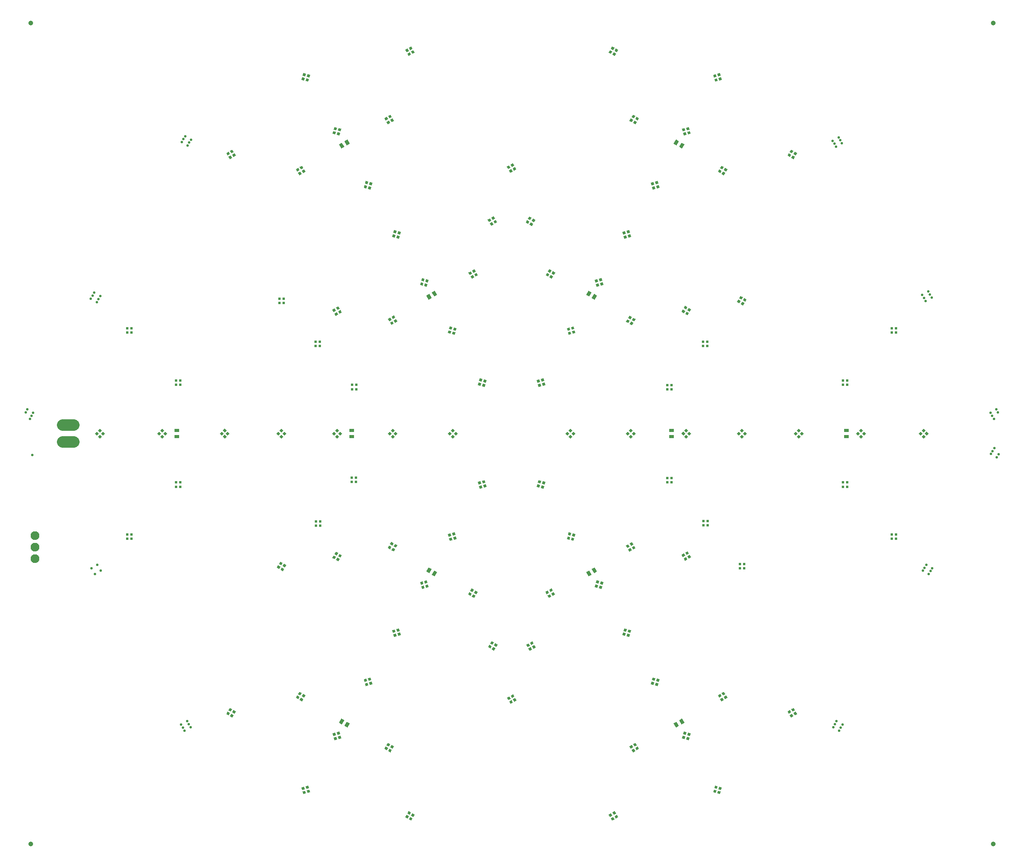
<source format=gbr>
G04 EAGLE Gerber RS-274X export*
G75*
%MOMM*%
%FSLAX34Y34*%
%LPD*%
%INSoldermask Top*%
%IPPOS*%
%AMOC8*
5,1,8,0,0,1.08239X$1,22.5*%
G01*
%ADD10C,0.550800*%
%ADD11C,2.550800*%
%ADD12C,1.930400*%
%ADD13C,1.050800*%
%ADD14R,0.600800X0.600800*%
%ADD15R,0.600800X0.600800*%
%ADD16R,1.050800X0.750800*%
%ADD17R,0.750800X1.050800*%


D10*
X1787835Y337590D03*
X1791585Y344085D03*
X1795335Y350580D03*
X1800825Y330090D03*
X1804575Y336585D03*
X1808325Y343080D03*
X1985335Y682590D03*
X1989085Y689085D03*
X1992835Y695580D03*
X1998325Y675090D03*
X2002075Y681585D03*
X2005825Y688080D03*
X352835Y1627590D03*
X356585Y1634085D03*
X360335Y1640580D03*
X365825Y1620090D03*
X369575Y1626585D03*
X373325Y1633080D03*
X152835Y1282590D03*
X156585Y1289085D03*
X160335Y1295580D03*
X165825Y1275090D03*
X169575Y1281585D03*
X173325Y1288080D03*
X174665Y682590D03*
X167165Y695580D03*
X161675Y675090D03*
X154175Y688080D03*
X372165Y337590D03*
X368415Y344085D03*
X364665Y350580D03*
X359175Y330090D03*
X355425Y336585D03*
X351675Y343080D03*
X2004665Y1285090D03*
X2000915Y1291585D03*
X1997165Y1298080D03*
X1991675Y1277590D03*
X1987925Y1284085D03*
X1984175Y1290580D03*
X1807165Y1625090D03*
X1803415Y1631585D03*
X1799665Y1638080D03*
X1794175Y1617590D03*
X1790425Y1624085D03*
X1786675Y1630580D03*
X2150915Y1031585D03*
X2147165Y1038080D03*
X2141675Y1017590D03*
X2137925Y1024085D03*
X2134175Y1030580D03*
X2135335Y940090D03*
X2139085Y946585D03*
X2142835Y953080D03*
X2148325Y932590D03*
X2152075Y939085D03*
X9085Y1031585D03*
X12835Y1038080D03*
X18325Y1017590D03*
X22075Y1024085D03*
X25825Y1030580D03*
X23325Y937590D03*
D11*
X90313Y966250D02*
X115313Y966250D01*
X115313Y1003750D02*
X90313Y1003750D01*
D12*
X30000Y760000D03*
X30000Y734600D03*
X30000Y709200D03*
D13*
X2140000Y1890000D03*
X2140000Y80000D03*
X20000Y1890000D03*
X20000Y80000D03*
D14*
G36*
X956717Y980752D02*
X952469Y985000D01*
X956717Y989248D01*
X960965Y985000D01*
X956717Y980752D01*
G37*
G36*
X950000Y974035D02*
X945752Y978283D01*
X950000Y982531D01*
X954248Y978283D01*
X950000Y974035D01*
G37*
G36*
X943282Y980752D02*
X939034Y985000D01*
X943282Y989248D01*
X947530Y985000D01*
X943282Y980752D01*
G37*
G36*
X950000Y987470D02*
X945752Y991718D01*
X950000Y995966D01*
X954248Y991718D01*
X950000Y987470D01*
G37*
G36*
X824217Y980752D02*
X819969Y985000D01*
X824217Y989248D01*
X828465Y985000D01*
X824217Y980752D01*
G37*
G36*
X817500Y974034D02*
X813252Y978282D01*
X817500Y982530D01*
X821748Y978282D01*
X817500Y974034D01*
G37*
G36*
X810782Y980752D02*
X806534Y985000D01*
X810782Y989248D01*
X815030Y985000D01*
X810782Y980752D01*
G37*
G36*
X817500Y987470D02*
X813252Y991718D01*
X817500Y995966D01*
X821748Y991718D01*
X817500Y987470D01*
G37*
D15*
X737250Y1082750D03*
X727750Y1082750D03*
X727750Y1092250D03*
X737250Y1092250D03*
X657250Y1177750D03*
X647750Y1177750D03*
X647750Y1187250D03*
X657250Y1187250D03*
X567750Y1272750D03*
X567750Y1282250D03*
X577250Y1282250D03*
X577250Y1272750D03*
D14*
G36*
X689610Y1260842D02*
X692614Y1255640D01*
X687412Y1252636D01*
X684408Y1257838D01*
X689610Y1260842D01*
G37*
G36*
X697838Y1265592D02*
X700842Y1260390D01*
X695640Y1257386D01*
X692636Y1262588D01*
X697838Y1265592D01*
G37*
G36*
X702588Y1257364D02*
X705592Y1252162D01*
X700390Y1249158D01*
X697386Y1254360D01*
X702588Y1257364D01*
G37*
G36*
X694360Y1252614D02*
X697364Y1247412D01*
X692162Y1244408D01*
X689158Y1249610D01*
X694360Y1252614D01*
G37*
D16*
X342500Y992000D03*
X342500Y978000D03*
D14*
G36*
X812110Y1240842D02*
X815114Y1235640D01*
X809912Y1232636D01*
X806908Y1237838D01*
X812110Y1240842D01*
G37*
G36*
X820338Y1245592D02*
X823342Y1240390D01*
X818140Y1237386D01*
X815136Y1242588D01*
X820338Y1245592D01*
G37*
G36*
X825088Y1237364D02*
X828092Y1232162D01*
X822890Y1229158D01*
X819886Y1234360D01*
X825088Y1237364D01*
G37*
G36*
X816860Y1232614D02*
X819864Y1227412D01*
X814662Y1224408D01*
X811658Y1229610D01*
X816860Y1232614D01*
G37*
G36*
X701718Y980752D02*
X697470Y985000D01*
X701718Y989248D01*
X705966Y985000D01*
X701718Y980752D01*
G37*
G36*
X695000Y974034D02*
X690752Y978282D01*
X695000Y982530D01*
X699248Y978282D01*
X695000Y974034D01*
G37*
G36*
X688283Y980752D02*
X684035Y985000D01*
X688283Y989248D01*
X692531Y985000D01*
X688283Y980752D01*
G37*
G36*
X695000Y987470D02*
X690752Y991718D01*
X695000Y995966D01*
X699248Y991718D01*
X695000Y987470D01*
G37*
G36*
X579217Y980752D02*
X574969Y985000D01*
X579217Y989248D01*
X583465Y985000D01*
X579217Y980752D01*
G37*
G36*
X572500Y974034D02*
X568252Y978282D01*
X572500Y982530D01*
X576748Y978282D01*
X572500Y974034D01*
G37*
G36*
X565782Y980752D02*
X561534Y985000D01*
X565782Y989248D01*
X570030Y985000D01*
X565782Y980752D01*
G37*
G36*
X572500Y987470D02*
X568252Y991718D01*
X572500Y995966D01*
X576748Y991718D01*
X572500Y987470D01*
G37*
G36*
X454218Y980752D02*
X449970Y985000D01*
X454218Y989248D01*
X458466Y985000D01*
X454218Y980752D01*
G37*
G36*
X447500Y974034D02*
X443252Y978282D01*
X447500Y982530D01*
X451748Y978282D01*
X447500Y974034D01*
G37*
G36*
X440782Y980752D02*
X436534Y985000D01*
X440782Y989248D01*
X445030Y985000D01*
X440782Y980752D01*
G37*
G36*
X447500Y987470D02*
X443252Y991718D01*
X447500Y995966D01*
X451748Y991718D01*
X447500Y987470D01*
G37*
D15*
X349750Y1092750D03*
X340250Y1092750D03*
X340250Y1102250D03*
X349750Y1102250D03*
X242250Y1207750D03*
X232750Y1207750D03*
X232750Y1217250D03*
X242250Y1217250D03*
X349750Y877250D03*
X349750Y867750D03*
X340250Y867750D03*
X340250Y877250D03*
X242250Y762250D03*
X242250Y752750D03*
X232750Y752750D03*
X232750Y762250D03*
D14*
G36*
X316718Y980752D02*
X312470Y985000D01*
X316718Y989248D01*
X320966Y985000D01*
X316718Y980752D01*
G37*
G36*
X310000Y974034D02*
X305752Y978282D01*
X310000Y982530D01*
X314248Y978282D01*
X310000Y974034D01*
G37*
G36*
X303283Y980752D02*
X299035Y985000D01*
X303283Y989248D01*
X307531Y985000D01*
X303283Y980752D01*
G37*
G36*
X310000Y987470D02*
X305752Y991718D01*
X310000Y995966D01*
X314248Y991718D01*
X310000Y987470D01*
G37*
G36*
X179217Y980752D02*
X174969Y985000D01*
X179217Y989248D01*
X183465Y985000D01*
X179217Y980752D01*
G37*
G36*
X172500Y974034D02*
X168252Y978282D01*
X172500Y982530D01*
X176748Y978282D01*
X172500Y974034D01*
G37*
G36*
X165782Y980752D02*
X161534Y985000D01*
X165782Y989248D01*
X170030Y985000D01*
X165782Y980752D01*
G37*
G36*
X172500Y987469D02*
X168252Y991717D01*
X172500Y995965D01*
X176748Y991717D01*
X172500Y987469D01*
G37*
D16*
X727500Y992000D03*
X727500Y978000D03*
D14*
G36*
X1021861Y876417D02*
X1016058Y874862D01*
X1014503Y880665D01*
X1020306Y882220D01*
X1021861Y876417D01*
G37*
G36*
X1024320Y867241D02*
X1018517Y865686D01*
X1016962Y871489D01*
X1022765Y873044D01*
X1024320Y867241D01*
G37*
G36*
X1015143Y864782D02*
X1009340Y863227D01*
X1007785Y869030D01*
X1013588Y870585D01*
X1015143Y864782D01*
G37*
G36*
X1012684Y873958D02*
X1006881Y872403D01*
X1005326Y878206D01*
X1011129Y879761D01*
X1012684Y873958D01*
G37*
G36*
X955611Y761668D02*
X949808Y760113D01*
X948253Y765916D01*
X954056Y767471D01*
X955611Y761668D01*
G37*
G36*
X958070Y752492D02*
X952267Y750937D01*
X950712Y756740D01*
X956515Y758295D01*
X958070Y752492D01*
G37*
G36*
X948893Y750033D02*
X943090Y748478D01*
X941535Y754281D01*
X947338Y755836D01*
X948893Y750033D01*
G37*
G36*
X946434Y759210D02*
X940631Y757655D01*
X939076Y763458D01*
X944879Y765013D01*
X946434Y759210D01*
G37*
G36*
X824893Y733248D02*
X819691Y736252D01*
X822695Y741454D01*
X827897Y738450D01*
X824893Y733248D01*
G37*
G36*
X820143Y725021D02*
X814941Y728025D01*
X817945Y733227D01*
X823147Y730223D01*
X820143Y725021D01*
G37*
G36*
X811916Y729771D02*
X806714Y732775D01*
X809718Y737977D01*
X814920Y734973D01*
X811916Y729771D01*
G37*
G36*
X816666Y737998D02*
X811464Y741002D01*
X814468Y746204D01*
X819670Y743200D01*
X816666Y737998D01*
G37*
G36*
X702621Y711466D02*
X697419Y714470D01*
X700423Y719672D01*
X705625Y716668D01*
X702621Y711466D01*
G37*
G36*
X697871Y703239D02*
X692669Y706243D01*
X695673Y711445D01*
X700875Y708441D01*
X697871Y703239D01*
G37*
G36*
X689643Y707989D02*
X684441Y710993D01*
X687445Y716195D01*
X692647Y713191D01*
X689643Y707989D01*
G37*
G36*
X694393Y716216D02*
X689191Y719220D01*
X692195Y724422D01*
X697397Y721418D01*
X694393Y716216D01*
G37*
G36*
X570396Y684461D02*
X573400Y689663D01*
X578602Y686659D01*
X575598Y681457D01*
X570396Y684461D01*
G37*
G36*
X562169Y689211D02*
X565173Y694413D01*
X570375Y691409D01*
X567371Y686207D01*
X562169Y689211D01*
G37*
G36*
X566919Y697438D02*
X569923Y702640D01*
X575125Y699636D01*
X572121Y694434D01*
X566919Y697438D01*
G37*
G36*
X575146Y692688D02*
X578150Y697890D01*
X583352Y694886D01*
X580348Y689684D01*
X575146Y692688D01*
G37*
D15*
X648746Y782137D03*
X648746Y791637D03*
X658246Y791637D03*
X658246Y782137D03*
D17*
G36*
X704387Y356540D02*
X710889Y352786D01*
X705635Y343686D01*
X699133Y347440D01*
X704387Y356540D01*
G37*
G36*
X716511Y349540D02*
X723013Y345786D01*
X717759Y336686D01*
X711257Y340440D01*
X716511Y349540D01*
G37*
D15*
X727317Y878225D03*
X727317Y887725D03*
X736817Y887725D03*
X736817Y878225D03*
D14*
G36*
X894361Y655580D02*
X888558Y654025D01*
X887003Y659828D01*
X892806Y661383D01*
X894361Y655580D01*
G37*
G36*
X896820Y646404D02*
X891017Y644849D01*
X889462Y650652D01*
X895265Y652207D01*
X896820Y646404D01*
G37*
G36*
X887643Y643945D02*
X881840Y642390D01*
X880285Y648193D01*
X886088Y649748D01*
X887643Y643945D01*
G37*
G36*
X885184Y653122D02*
X879381Y651567D01*
X877826Y657370D01*
X883629Y658925D01*
X885184Y653122D01*
G37*
G36*
X833111Y549492D02*
X827308Y547937D01*
X825753Y553740D01*
X831556Y555295D01*
X833111Y549492D01*
G37*
G36*
X835570Y540316D02*
X829767Y538761D01*
X828212Y544564D01*
X834015Y546119D01*
X835570Y540316D01*
G37*
G36*
X826393Y537857D02*
X820590Y536302D01*
X819035Y542105D01*
X824838Y543660D01*
X826393Y537857D01*
G37*
G36*
X823934Y547033D02*
X818131Y545478D01*
X816576Y551281D01*
X822379Y552836D01*
X823934Y547033D01*
G37*
G36*
X770611Y441239D02*
X764808Y439684D01*
X763253Y445487D01*
X769056Y447042D01*
X770611Y441239D01*
G37*
G36*
X773070Y432063D02*
X767267Y430508D01*
X765712Y436311D01*
X771515Y437866D01*
X773070Y432063D01*
G37*
G36*
X763893Y429604D02*
X758090Y428049D01*
X756535Y433852D01*
X762338Y435407D01*
X763893Y429604D01*
G37*
G36*
X761434Y438780D02*
X755631Y437225D01*
X754076Y443028D01*
X759879Y444583D01*
X761434Y438780D01*
G37*
G36*
X622483Y402664D02*
X617281Y405668D01*
X620285Y410870D01*
X625487Y407866D01*
X622483Y402664D01*
G37*
G36*
X617733Y394436D02*
X612531Y397440D01*
X615535Y402642D01*
X620737Y399638D01*
X617733Y394436D01*
G37*
G36*
X609506Y399186D02*
X604304Y402190D01*
X607308Y407392D01*
X612510Y404388D01*
X609506Y399186D01*
G37*
G36*
X614256Y407414D02*
X609054Y410418D01*
X612058Y415620D01*
X617260Y412616D01*
X614256Y407414D01*
G37*
G36*
X469140Y367066D02*
X463938Y370070D01*
X466942Y375272D01*
X472144Y372268D01*
X469140Y367066D01*
G37*
G36*
X464390Y358839D02*
X459188Y361843D01*
X462192Y367045D01*
X467394Y364041D01*
X464390Y358839D01*
G37*
G36*
X456163Y363589D02*
X450961Y366593D01*
X453965Y371795D01*
X459167Y368791D01*
X456163Y363589D01*
G37*
G36*
X460913Y371816D02*
X455711Y374820D01*
X458715Y380022D01*
X463917Y377018D01*
X460913Y371816D01*
G37*
G36*
X812115Y300116D02*
X809111Y294914D01*
X803909Y297918D01*
X806913Y303120D01*
X812115Y300116D01*
G37*
G36*
X820342Y295366D02*
X817338Y290164D01*
X812136Y293168D01*
X815140Y298370D01*
X820342Y295366D01*
G37*
G36*
X815592Y287138D02*
X812588Y281936D01*
X807386Y284940D01*
X810390Y290142D01*
X815592Y287138D01*
G37*
G36*
X807365Y291888D02*
X804361Y286686D01*
X799159Y289690D01*
X802163Y294892D01*
X807365Y291888D01*
G37*
G36*
X857958Y149518D02*
X854954Y144316D01*
X849752Y147320D01*
X852756Y152522D01*
X857958Y149518D01*
G37*
G36*
X866185Y144768D02*
X863181Y139566D01*
X857979Y142570D01*
X860983Y147772D01*
X866185Y144768D01*
G37*
G36*
X861435Y136541D02*
X858431Y131339D01*
X853229Y134343D01*
X856233Y139545D01*
X861435Y136541D01*
G37*
G36*
X853208Y141291D02*
X850204Y136089D01*
X845002Y139093D01*
X848006Y144295D01*
X853208Y141291D01*
G37*
G36*
X701861Y322161D02*
X696058Y320606D01*
X694503Y326409D01*
X700306Y327964D01*
X701861Y322161D01*
G37*
G36*
X704320Y312984D02*
X698517Y311429D01*
X696962Y317232D01*
X702765Y318787D01*
X704320Y312984D01*
G37*
G36*
X695143Y310526D02*
X689340Y308971D01*
X687785Y314774D01*
X693588Y316329D01*
X695143Y310526D01*
G37*
G36*
X692684Y319702D02*
X686881Y318147D01*
X685326Y323950D01*
X691129Y325505D01*
X692684Y319702D01*
G37*
G36*
X633111Y203082D02*
X627308Y201527D01*
X625753Y207330D01*
X631556Y208885D01*
X633111Y203082D01*
G37*
G36*
X635570Y193906D02*
X629767Y192351D01*
X628212Y198154D01*
X634015Y199709D01*
X635570Y193906D01*
G37*
G36*
X626393Y191447D02*
X620590Y189892D01*
X619035Y195695D01*
X624838Y197250D01*
X626393Y191447D01*
G37*
G36*
X623934Y200623D02*
X618131Y199068D01*
X616576Y204871D01*
X622379Y206426D01*
X623934Y200623D01*
G37*
D17*
G36*
X896887Y689960D02*
X903389Y686206D01*
X898135Y677106D01*
X891633Y680860D01*
X896887Y689960D01*
G37*
G36*
X909011Y682960D02*
X915513Y679206D01*
X910259Y670106D01*
X903757Y673860D01*
X909011Y682960D01*
G37*
D14*
G36*
X1144789Y880665D02*
X1143234Y874862D01*
X1137431Y876417D01*
X1138986Y882220D01*
X1144789Y880665D01*
G37*
G36*
X1153966Y878206D02*
X1152411Y872403D01*
X1146608Y873958D01*
X1148163Y879761D01*
X1153966Y878206D01*
G37*
G36*
X1151507Y869030D02*
X1149952Y863227D01*
X1144149Y864782D01*
X1145704Y870585D01*
X1151507Y869030D01*
G37*
G36*
X1142330Y871489D02*
X1140775Y865686D01*
X1134972Y867241D01*
X1136527Y873044D01*
X1142330Y871489D01*
G37*
G36*
X1211039Y765916D02*
X1209484Y760113D01*
X1203681Y761668D01*
X1205236Y767471D01*
X1211039Y765916D01*
G37*
G36*
X1220216Y763458D02*
X1218661Y757655D01*
X1212858Y759210D01*
X1214413Y765013D01*
X1220216Y763458D01*
G37*
G36*
X1217757Y754281D02*
X1216202Y748478D01*
X1210399Y750033D01*
X1211954Y755836D01*
X1217757Y754281D01*
G37*
G36*
X1208580Y756740D02*
X1207025Y750937D01*
X1201222Y752492D01*
X1202777Y758295D01*
X1208580Y756740D01*
G37*
G36*
X1170293Y638502D02*
X1165091Y635498D01*
X1162087Y640700D01*
X1167289Y643704D01*
X1170293Y638502D01*
G37*
G36*
X1175043Y630275D02*
X1169841Y627271D01*
X1166837Y632473D01*
X1172039Y635477D01*
X1175043Y630275D01*
G37*
G36*
X1166816Y625525D02*
X1161614Y622521D01*
X1158610Y627723D01*
X1163812Y630727D01*
X1166816Y625525D01*
G37*
G36*
X1162066Y633752D02*
X1156864Y630748D01*
X1153860Y635950D01*
X1159062Y638954D01*
X1162066Y633752D01*
G37*
G36*
X1128021Y521720D02*
X1122819Y518716D01*
X1119815Y523918D01*
X1125017Y526922D01*
X1128021Y521720D01*
G37*
G36*
X1132771Y513493D02*
X1127569Y510489D01*
X1124565Y515691D01*
X1129767Y518695D01*
X1132771Y513493D01*
G37*
G36*
X1124543Y508743D02*
X1119341Y505739D01*
X1116337Y510941D01*
X1121539Y513945D01*
X1124543Y508743D01*
G37*
G36*
X1119793Y516970D02*
X1114591Y513966D01*
X1111587Y519168D01*
X1116789Y522172D01*
X1119793Y516970D01*
G37*
G36*
X1085296Y393707D02*
X1082292Y398909D01*
X1087494Y401913D01*
X1090498Y396711D01*
X1085296Y393707D01*
G37*
G36*
X1077069Y388957D02*
X1074065Y394159D01*
X1079267Y397163D01*
X1082271Y391961D01*
X1077069Y388957D01*
G37*
G36*
X1072319Y397184D02*
X1069315Y402386D01*
X1074517Y405390D01*
X1077521Y400188D01*
X1072319Y397184D01*
G37*
G36*
X1080546Y401934D02*
X1077542Y407136D01*
X1082744Y410140D01*
X1085748Y404938D01*
X1080546Y401934D01*
G37*
G36*
X1035778Y509299D02*
X1038782Y514501D01*
X1043984Y511497D01*
X1040980Y506295D01*
X1035778Y509299D01*
G37*
G36*
X1027550Y514049D02*
X1030554Y519251D01*
X1035756Y516247D01*
X1032752Y511045D01*
X1027550Y514049D01*
G37*
G36*
X1032300Y522276D02*
X1035304Y527478D01*
X1040506Y524474D01*
X1037502Y519272D01*
X1032300Y522276D01*
G37*
G36*
X1040528Y517526D02*
X1043532Y522728D01*
X1048734Y519724D01*
X1045730Y514522D01*
X1040528Y517526D01*
G37*
D17*
G36*
X1436279Y345786D02*
X1442781Y349540D01*
X1448035Y340440D01*
X1441533Y336686D01*
X1436279Y345786D01*
G37*
G36*
X1448403Y352786D02*
X1454905Y356540D01*
X1460159Y347440D01*
X1453657Y343686D01*
X1448403Y352786D01*
G37*
D14*
G36*
X991848Y625387D02*
X994852Y630589D01*
X1000054Y627585D01*
X997050Y622383D01*
X991848Y625387D01*
G37*
G36*
X983621Y630137D02*
X986625Y635339D01*
X991827Y632335D01*
X988823Y627133D01*
X983621Y630137D01*
G37*
G36*
X988371Y638365D02*
X991375Y643567D01*
X996577Y640563D01*
X993573Y635361D01*
X988371Y638365D01*
G37*
G36*
X996598Y633615D02*
X999602Y638817D01*
X1004804Y635813D01*
X1001800Y630611D01*
X996598Y633615D01*
G37*
G36*
X1272289Y659828D02*
X1270734Y654025D01*
X1264931Y655580D01*
X1266486Y661383D01*
X1272289Y659828D01*
G37*
G36*
X1281466Y657370D02*
X1279911Y651567D01*
X1274108Y653122D01*
X1275663Y658925D01*
X1281466Y657370D01*
G37*
G36*
X1279007Y648193D02*
X1277452Y642390D01*
X1271649Y643945D01*
X1273204Y649748D01*
X1279007Y648193D01*
G37*
G36*
X1269830Y650652D02*
X1268275Y644849D01*
X1262472Y646404D01*
X1264027Y652207D01*
X1269830Y650652D01*
G37*
G36*
X1333539Y553740D02*
X1331984Y547937D01*
X1326181Y549492D01*
X1327736Y555295D01*
X1333539Y553740D01*
G37*
G36*
X1342716Y551281D02*
X1341161Y545478D01*
X1335358Y547033D01*
X1336913Y552836D01*
X1342716Y551281D01*
G37*
G36*
X1340257Y542105D02*
X1338702Y536302D01*
X1332899Y537857D01*
X1334454Y543660D01*
X1340257Y542105D01*
G37*
G36*
X1331080Y544564D02*
X1329525Y538761D01*
X1323722Y540316D01*
X1325277Y546119D01*
X1331080Y544564D01*
G37*
G36*
X1396039Y445487D02*
X1394484Y439684D01*
X1388681Y441239D01*
X1390236Y447042D01*
X1396039Y445487D01*
G37*
G36*
X1405216Y443028D02*
X1403661Y437225D01*
X1397858Y438780D01*
X1399413Y444583D01*
X1405216Y443028D01*
G37*
G36*
X1402757Y433852D02*
X1401202Y428049D01*
X1395399Y429604D01*
X1396954Y435407D01*
X1402757Y433852D01*
G37*
G36*
X1393580Y436311D02*
X1392025Y430508D01*
X1386222Y432063D01*
X1387777Y437866D01*
X1393580Y436311D01*
G37*
G36*
X1355383Y297918D02*
X1350181Y294914D01*
X1347177Y300116D01*
X1352379Y303120D01*
X1355383Y297918D01*
G37*
G36*
X1360133Y289690D02*
X1354931Y286686D01*
X1351927Y291888D01*
X1357129Y294892D01*
X1360133Y289690D01*
G37*
G36*
X1351906Y284940D02*
X1346704Y281936D01*
X1343700Y287138D01*
X1348902Y290142D01*
X1351906Y284940D01*
G37*
G36*
X1347156Y293168D02*
X1341954Y290164D01*
X1338950Y295366D01*
X1344152Y298370D01*
X1347156Y293168D01*
G37*
G36*
X1309540Y147320D02*
X1304338Y144316D01*
X1301334Y149518D01*
X1306536Y152522D01*
X1309540Y147320D01*
G37*
G36*
X1314290Y139093D02*
X1309088Y136089D01*
X1306084Y141291D01*
X1311286Y144295D01*
X1314290Y139093D01*
G37*
G36*
X1306063Y134343D02*
X1300861Y131339D01*
X1297857Y136541D01*
X1303059Y139545D01*
X1306063Y134343D01*
G37*
G36*
X1301313Y142570D02*
X1296111Y139566D01*
X1293107Y144768D01*
X1298309Y147772D01*
X1301313Y142570D01*
G37*
G36*
X1539007Y410870D02*
X1542011Y405668D01*
X1536809Y402664D01*
X1533805Y407866D01*
X1539007Y410870D01*
G37*
G36*
X1547234Y415620D02*
X1550238Y410418D01*
X1545036Y407414D01*
X1542032Y412616D01*
X1547234Y415620D01*
G37*
G36*
X1551984Y407392D02*
X1554988Y402190D01*
X1549786Y399186D01*
X1546782Y404388D01*
X1551984Y407392D01*
G37*
G36*
X1543757Y402642D02*
X1546761Y397440D01*
X1541559Y394436D01*
X1538555Y399638D01*
X1543757Y402642D01*
G37*
G36*
X1692350Y375272D02*
X1695354Y370070D01*
X1690152Y367066D01*
X1687148Y372268D01*
X1692350Y375272D01*
G37*
G36*
X1700577Y380022D02*
X1703581Y374820D01*
X1698379Y371816D01*
X1695375Y377018D01*
X1700577Y380022D01*
G37*
G36*
X1705327Y371795D02*
X1708331Y366593D01*
X1703129Y363589D01*
X1700125Y368791D01*
X1705327Y371795D01*
G37*
G36*
X1697100Y367045D02*
X1700104Y361843D01*
X1694902Y358839D01*
X1691898Y364041D01*
X1697100Y367045D01*
G37*
G36*
X1464789Y326409D02*
X1463234Y320606D01*
X1457431Y322161D01*
X1458986Y327964D01*
X1464789Y326409D01*
G37*
G36*
X1473966Y323950D02*
X1472411Y318147D01*
X1466608Y319702D01*
X1468163Y325505D01*
X1473966Y323950D01*
G37*
G36*
X1471507Y314774D02*
X1469952Y308971D01*
X1464149Y310526D01*
X1465704Y316329D01*
X1471507Y314774D01*
G37*
G36*
X1462330Y317232D02*
X1460775Y311429D01*
X1454972Y312984D01*
X1456527Y318787D01*
X1462330Y317232D01*
G37*
G36*
X1533539Y207330D02*
X1531984Y201527D01*
X1526181Y203082D01*
X1527736Y208885D01*
X1533539Y207330D01*
G37*
G36*
X1542716Y204871D02*
X1541161Y199068D01*
X1535358Y200623D01*
X1536913Y206426D01*
X1542716Y204871D01*
G37*
G36*
X1540257Y195695D02*
X1538702Y189892D01*
X1532899Y191447D01*
X1534454Y197250D01*
X1540257Y195695D01*
G37*
G36*
X1531080Y198154D02*
X1529525Y192351D01*
X1523722Y193906D01*
X1525277Y199709D01*
X1531080Y198154D01*
G37*
D17*
G36*
X1243779Y679206D02*
X1250281Y682960D01*
X1255535Y673860D01*
X1249033Y670106D01*
X1243779Y679206D01*
G37*
G36*
X1255903Y686206D02*
X1262405Y689960D01*
X1267659Y680860D01*
X1261157Y677106D01*
X1255903Y686206D01*
G37*
D14*
G36*
X1202574Y989248D02*
X1206822Y985000D01*
X1202574Y980752D01*
X1198326Y985000D01*
X1202574Y989248D01*
G37*
G36*
X1209292Y995966D02*
X1213540Y991718D01*
X1209292Y987470D01*
X1205044Y991718D01*
X1209292Y995966D01*
G37*
G36*
X1216009Y989248D02*
X1220257Y985000D01*
X1216009Y980752D01*
X1211761Y985000D01*
X1216009Y989248D01*
G37*
G36*
X1209292Y982530D02*
X1213540Y978282D01*
X1209292Y974034D01*
X1205044Y978282D01*
X1209292Y982530D01*
G37*
G36*
X1335074Y989248D02*
X1339322Y985000D01*
X1335074Y980752D01*
X1330826Y985000D01*
X1335074Y989248D01*
G37*
G36*
X1341792Y995966D02*
X1346040Y991718D01*
X1341792Y987470D01*
X1337544Y991718D01*
X1341792Y995966D01*
G37*
G36*
X1348509Y989248D02*
X1352757Y985000D01*
X1348509Y980752D01*
X1344261Y985000D01*
X1348509Y989248D01*
G37*
G36*
X1341792Y982530D02*
X1346040Y978282D01*
X1341792Y974034D01*
X1337544Y978282D01*
X1341792Y982530D01*
G37*
D15*
X1422042Y887250D03*
X1431542Y887250D03*
X1431542Y877750D03*
X1422042Y877750D03*
X1502042Y792250D03*
X1511542Y792250D03*
X1511542Y782750D03*
X1502042Y782750D03*
X1591542Y697250D03*
X1591542Y687750D03*
X1582042Y687750D03*
X1582042Y697250D03*
D14*
G36*
X1469682Y709158D02*
X1466678Y714360D01*
X1471880Y717364D01*
X1474884Y712162D01*
X1469682Y709158D01*
G37*
G36*
X1461454Y704408D02*
X1458450Y709610D01*
X1463652Y712614D01*
X1466656Y707412D01*
X1461454Y704408D01*
G37*
G36*
X1456704Y712636D02*
X1453700Y717838D01*
X1458902Y720842D01*
X1461906Y715640D01*
X1456704Y712636D01*
G37*
G36*
X1464932Y717386D02*
X1461928Y722588D01*
X1467130Y725592D01*
X1470134Y720390D01*
X1464932Y717386D01*
G37*
D16*
X1816792Y978000D03*
X1816792Y992000D03*
D14*
G36*
X1347182Y729158D02*
X1344178Y734360D01*
X1349380Y737364D01*
X1352384Y732162D01*
X1347182Y729158D01*
G37*
G36*
X1338954Y724408D02*
X1335950Y729610D01*
X1341152Y732614D01*
X1344156Y727412D01*
X1338954Y724408D01*
G37*
G36*
X1334204Y732636D02*
X1331200Y737838D01*
X1336402Y740842D01*
X1339406Y735640D01*
X1334204Y732636D01*
G37*
G36*
X1342432Y737386D02*
X1339428Y742588D01*
X1344630Y745592D01*
X1347634Y740390D01*
X1342432Y737386D01*
G37*
G36*
X1457574Y989248D02*
X1461822Y985000D01*
X1457574Y980752D01*
X1453326Y985000D01*
X1457574Y989248D01*
G37*
G36*
X1464292Y995966D02*
X1468540Y991718D01*
X1464292Y987470D01*
X1460044Y991718D01*
X1464292Y995966D01*
G37*
G36*
X1471009Y989248D02*
X1475257Y985000D01*
X1471009Y980752D01*
X1466761Y985000D01*
X1471009Y989248D01*
G37*
G36*
X1464292Y982530D02*
X1468540Y978282D01*
X1464292Y974034D01*
X1460044Y978282D01*
X1464292Y982530D01*
G37*
G36*
X1580074Y989248D02*
X1584322Y985000D01*
X1580074Y980752D01*
X1575826Y985000D01*
X1580074Y989248D01*
G37*
G36*
X1586792Y995966D02*
X1591040Y991718D01*
X1586792Y987470D01*
X1582544Y991718D01*
X1586792Y995966D01*
G37*
G36*
X1593509Y989248D02*
X1597757Y985000D01*
X1593509Y980752D01*
X1589261Y985000D01*
X1593509Y989248D01*
G37*
G36*
X1586792Y982530D02*
X1591040Y978282D01*
X1586792Y974034D01*
X1582544Y978282D01*
X1586792Y982530D01*
G37*
G36*
X1705074Y989248D02*
X1709322Y985000D01*
X1705074Y980752D01*
X1700826Y985000D01*
X1705074Y989248D01*
G37*
G36*
X1711792Y995966D02*
X1716040Y991718D01*
X1711792Y987470D01*
X1707544Y991718D01*
X1711792Y995966D01*
G37*
G36*
X1718509Y989248D02*
X1722757Y985000D01*
X1718509Y980752D01*
X1714261Y985000D01*
X1718509Y989248D01*
G37*
G36*
X1711792Y982530D02*
X1716040Y978282D01*
X1711792Y974034D01*
X1707544Y978282D01*
X1711792Y982530D01*
G37*
D15*
X1809542Y877250D03*
X1819042Y877250D03*
X1819042Y867750D03*
X1809542Y867750D03*
X1917042Y762250D03*
X1926542Y762250D03*
X1926542Y752750D03*
X1917042Y752750D03*
X1809542Y1092750D03*
X1809542Y1102250D03*
X1819042Y1102250D03*
X1819042Y1092750D03*
X1917042Y1207750D03*
X1917042Y1217250D03*
X1926542Y1217250D03*
X1926542Y1207750D03*
D14*
G36*
X1842574Y989248D02*
X1846822Y985000D01*
X1842574Y980752D01*
X1838326Y985000D01*
X1842574Y989248D01*
G37*
G36*
X1849292Y995966D02*
X1853540Y991718D01*
X1849292Y987470D01*
X1845044Y991718D01*
X1849292Y995966D01*
G37*
G36*
X1856009Y989248D02*
X1860257Y985000D01*
X1856009Y980752D01*
X1851761Y985000D01*
X1856009Y989248D01*
G37*
G36*
X1849292Y982530D02*
X1853540Y978282D01*
X1849292Y974034D01*
X1845044Y978282D01*
X1849292Y982530D01*
G37*
G36*
X1980074Y989248D02*
X1984322Y985000D01*
X1980074Y980752D01*
X1975826Y985000D01*
X1980074Y989248D01*
G37*
G36*
X1986792Y995966D02*
X1991040Y991718D01*
X1986792Y987470D01*
X1982544Y991718D01*
X1986792Y995966D01*
G37*
G36*
X1993510Y989248D02*
X1997758Y985000D01*
X1993510Y980752D01*
X1989262Y985000D01*
X1993510Y989248D01*
G37*
G36*
X1986792Y982531D02*
X1991040Y978283D01*
X1986792Y974035D01*
X1982544Y978283D01*
X1986792Y982531D01*
G37*
D16*
X1431792Y978000D03*
X1431792Y992000D03*
D14*
G36*
X1137431Y1093583D02*
X1143234Y1095138D01*
X1144789Y1089335D01*
X1138986Y1087780D01*
X1137431Y1093583D01*
G37*
G36*
X1134972Y1102759D02*
X1140775Y1104314D01*
X1142330Y1098511D01*
X1136527Y1096956D01*
X1134972Y1102759D01*
G37*
G36*
X1144149Y1105218D02*
X1149952Y1106773D01*
X1151507Y1100970D01*
X1145704Y1099415D01*
X1144149Y1105218D01*
G37*
G36*
X1146608Y1096042D02*
X1152411Y1097597D01*
X1153966Y1091794D01*
X1148163Y1090239D01*
X1146608Y1096042D01*
G37*
G36*
X1203681Y1208332D02*
X1209484Y1209887D01*
X1211039Y1204084D01*
X1205236Y1202529D01*
X1203681Y1208332D01*
G37*
G36*
X1201222Y1217508D02*
X1207025Y1219063D01*
X1208580Y1213260D01*
X1202777Y1211705D01*
X1201222Y1217508D01*
G37*
G36*
X1210399Y1219967D02*
X1216202Y1221522D01*
X1217757Y1215719D01*
X1211954Y1214164D01*
X1210399Y1219967D01*
G37*
G36*
X1212858Y1210790D02*
X1218661Y1212345D01*
X1220216Y1206542D01*
X1214413Y1204987D01*
X1212858Y1210790D01*
G37*
G36*
X1334399Y1236752D02*
X1339601Y1233748D01*
X1336597Y1228546D01*
X1331395Y1231550D01*
X1334399Y1236752D01*
G37*
G36*
X1339149Y1244979D02*
X1344351Y1241975D01*
X1341347Y1236773D01*
X1336145Y1239777D01*
X1339149Y1244979D01*
G37*
G36*
X1347376Y1240229D02*
X1352578Y1237225D01*
X1349574Y1232023D01*
X1344372Y1235027D01*
X1347376Y1240229D01*
G37*
G36*
X1342626Y1232002D02*
X1347828Y1228998D01*
X1344824Y1223796D01*
X1339622Y1226800D01*
X1342626Y1232002D01*
G37*
G36*
X1456671Y1258534D02*
X1461873Y1255530D01*
X1458869Y1250328D01*
X1453667Y1253332D01*
X1456671Y1258534D01*
G37*
G36*
X1461421Y1266761D02*
X1466623Y1263757D01*
X1463619Y1258555D01*
X1458417Y1261559D01*
X1461421Y1266761D01*
G37*
G36*
X1469649Y1262011D02*
X1474851Y1259007D01*
X1471847Y1253805D01*
X1466645Y1256809D01*
X1469649Y1262011D01*
G37*
G36*
X1464899Y1253784D02*
X1470101Y1250780D01*
X1467097Y1245578D01*
X1461895Y1248582D01*
X1464899Y1253784D01*
G37*
G36*
X1588896Y1285539D02*
X1585892Y1280337D01*
X1580690Y1283341D01*
X1583694Y1288543D01*
X1588896Y1285539D01*
G37*
G36*
X1597123Y1280789D02*
X1594119Y1275587D01*
X1588917Y1278591D01*
X1591921Y1283793D01*
X1597123Y1280789D01*
G37*
G36*
X1592373Y1272562D02*
X1589369Y1267360D01*
X1584167Y1270364D01*
X1587171Y1275566D01*
X1592373Y1272562D01*
G37*
G36*
X1584146Y1277312D02*
X1581142Y1272110D01*
X1575940Y1275114D01*
X1578944Y1280316D01*
X1584146Y1277312D01*
G37*
D15*
X1510546Y1187863D03*
X1510546Y1178363D03*
X1501046Y1178363D03*
X1501046Y1187863D03*
D17*
G36*
X1454905Y1613460D02*
X1448403Y1617214D01*
X1453657Y1626314D01*
X1460159Y1622560D01*
X1454905Y1613460D01*
G37*
G36*
X1442781Y1620460D02*
X1436279Y1624214D01*
X1441533Y1633314D01*
X1448035Y1629560D01*
X1442781Y1620460D01*
G37*
D15*
X1431975Y1091775D03*
X1431975Y1082275D03*
X1422475Y1082275D03*
X1422475Y1091775D03*
D14*
G36*
X1264931Y1314420D02*
X1270734Y1315975D01*
X1272289Y1310172D01*
X1266486Y1308617D01*
X1264931Y1314420D01*
G37*
G36*
X1262472Y1323596D02*
X1268275Y1325151D01*
X1269830Y1319348D01*
X1264027Y1317793D01*
X1262472Y1323596D01*
G37*
G36*
X1271649Y1326055D02*
X1277452Y1327610D01*
X1279007Y1321807D01*
X1273204Y1320252D01*
X1271649Y1326055D01*
G37*
G36*
X1274108Y1316878D02*
X1279911Y1318433D01*
X1281466Y1312630D01*
X1275663Y1311075D01*
X1274108Y1316878D01*
G37*
G36*
X1326181Y1420508D02*
X1331984Y1422063D01*
X1333539Y1416260D01*
X1327736Y1414705D01*
X1326181Y1420508D01*
G37*
G36*
X1323722Y1429684D02*
X1329525Y1431239D01*
X1331080Y1425436D01*
X1325277Y1423881D01*
X1323722Y1429684D01*
G37*
G36*
X1332899Y1432143D02*
X1338702Y1433698D01*
X1340257Y1427895D01*
X1334454Y1426340D01*
X1332899Y1432143D01*
G37*
G36*
X1335358Y1422967D02*
X1341161Y1424522D01*
X1342716Y1418719D01*
X1336913Y1417164D01*
X1335358Y1422967D01*
G37*
G36*
X1388681Y1528761D02*
X1394484Y1530316D01*
X1396039Y1524513D01*
X1390236Y1522958D01*
X1388681Y1528761D01*
G37*
G36*
X1386222Y1537937D02*
X1392025Y1539492D01*
X1393580Y1533689D01*
X1387777Y1532134D01*
X1386222Y1537937D01*
G37*
G36*
X1395399Y1540396D02*
X1401202Y1541951D01*
X1402757Y1536148D01*
X1396954Y1534593D01*
X1395399Y1540396D01*
G37*
G36*
X1397858Y1531220D02*
X1403661Y1532775D01*
X1405216Y1526972D01*
X1399413Y1525417D01*
X1397858Y1531220D01*
G37*
G36*
X1536809Y1567336D02*
X1542011Y1564332D01*
X1539007Y1559130D01*
X1533805Y1562134D01*
X1536809Y1567336D01*
G37*
G36*
X1541559Y1575564D02*
X1546761Y1572560D01*
X1543757Y1567358D01*
X1538555Y1570362D01*
X1541559Y1575564D01*
G37*
G36*
X1549786Y1570814D02*
X1554988Y1567810D01*
X1551984Y1562608D01*
X1546782Y1565612D01*
X1549786Y1570814D01*
G37*
G36*
X1545036Y1562586D02*
X1550238Y1559582D01*
X1547234Y1554380D01*
X1542032Y1557384D01*
X1545036Y1562586D01*
G37*
G36*
X1690152Y1602934D02*
X1695354Y1599930D01*
X1692350Y1594728D01*
X1687148Y1597732D01*
X1690152Y1602934D01*
G37*
G36*
X1694902Y1611161D02*
X1700104Y1608157D01*
X1697100Y1602955D01*
X1691898Y1605959D01*
X1694902Y1611161D01*
G37*
G36*
X1703129Y1606411D02*
X1708331Y1603407D01*
X1705327Y1598205D01*
X1700125Y1601209D01*
X1703129Y1606411D01*
G37*
G36*
X1698379Y1598184D02*
X1703581Y1595180D01*
X1700577Y1589978D01*
X1695375Y1592982D01*
X1698379Y1598184D01*
G37*
G36*
X1347177Y1669884D02*
X1350181Y1675086D01*
X1355383Y1672082D01*
X1352379Y1666880D01*
X1347177Y1669884D01*
G37*
G36*
X1338950Y1674634D02*
X1341954Y1679836D01*
X1347156Y1676832D01*
X1344152Y1671630D01*
X1338950Y1674634D01*
G37*
G36*
X1343700Y1682862D02*
X1346704Y1688064D01*
X1351906Y1685060D01*
X1348902Y1679858D01*
X1343700Y1682862D01*
G37*
G36*
X1351927Y1678112D02*
X1354931Y1683314D01*
X1360133Y1680310D01*
X1357129Y1675108D01*
X1351927Y1678112D01*
G37*
G36*
X1301334Y1820482D02*
X1304338Y1825684D01*
X1309540Y1822680D01*
X1306536Y1817478D01*
X1301334Y1820482D01*
G37*
G36*
X1293107Y1825232D02*
X1296111Y1830434D01*
X1301313Y1827430D01*
X1298309Y1822228D01*
X1293107Y1825232D01*
G37*
G36*
X1297857Y1833459D02*
X1300861Y1838661D01*
X1306063Y1835657D01*
X1303059Y1830455D01*
X1297857Y1833459D01*
G37*
G36*
X1306084Y1828709D02*
X1309088Y1833911D01*
X1314290Y1830907D01*
X1311286Y1825705D01*
X1306084Y1828709D01*
G37*
G36*
X1457431Y1647839D02*
X1463234Y1649394D01*
X1464789Y1643591D01*
X1458986Y1642036D01*
X1457431Y1647839D01*
G37*
G36*
X1454972Y1657016D02*
X1460775Y1658571D01*
X1462330Y1652768D01*
X1456527Y1651213D01*
X1454972Y1657016D01*
G37*
G36*
X1464149Y1659475D02*
X1469952Y1661030D01*
X1471507Y1655227D01*
X1465704Y1653672D01*
X1464149Y1659475D01*
G37*
G36*
X1466608Y1650298D02*
X1472411Y1651853D01*
X1473966Y1646050D01*
X1468163Y1644495D01*
X1466608Y1650298D01*
G37*
G36*
X1526181Y1766918D02*
X1531984Y1768473D01*
X1533539Y1762670D01*
X1527736Y1761115D01*
X1526181Y1766918D01*
G37*
G36*
X1523722Y1776094D02*
X1529525Y1777649D01*
X1531080Y1771846D01*
X1525277Y1770291D01*
X1523722Y1776094D01*
G37*
G36*
X1532899Y1778553D02*
X1538702Y1780108D01*
X1540257Y1774305D01*
X1534454Y1772750D01*
X1532899Y1778553D01*
G37*
G36*
X1535358Y1769377D02*
X1541161Y1770932D01*
X1542716Y1765129D01*
X1536913Y1763574D01*
X1535358Y1769377D01*
G37*
D17*
G36*
X1262405Y1280040D02*
X1255903Y1283794D01*
X1261157Y1292894D01*
X1267659Y1289140D01*
X1262405Y1280040D01*
G37*
G36*
X1250281Y1287040D02*
X1243779Y1290794D01*
X1249033Y1299894D01*
X1255535Y1296140D01*
X1250281Y1287040D01*
G37*
D14*
G36*
X1014503Y1089335D02*
X1016058Y1095138D01*
X1021861Y1093583D01*
X1020306Y1087780D01*
X1014503Y1089335D01*
G37*
G36*
X1005326Y1091794D02*
X1006881Y1097597D01*
X1012684Y1096042D01*
X1011129Y1090239D01*
X1005326Y1091794D01*
G37*
G36*
X1007785Y1100970D02*
X1009340Y1106773D01*
X1015143Y1105218D01*
X1013588Y1099415D01*
X1007785Y1100970D01*
G37*
G36*
X1016962Y1098511D02*
X1018517Y1104314D01*
X1024320Y1102759D01*
X1022765Y1096956D01*
X1016962Y1098511D01*
G37*
G36*
X948253Y1204084D02*
X949808Y1209887D01*
X955611Y1208332D01*
X954056Y1202529D01*
X948253Y1204084D01*
G37*
G36*
X939076Y1206542D02*
X940631Y1212345D01*
X946434Y1210790D01*
X944879Y1204987D01*
X939076Y1206542D01*
G37*
G36*
X941535Y1215719D02*
X943090Y1221522D01*
X948893Y1219967D01*
X947338Y1214164D01*
X941535Y1215719D01*
G37*
G36*
X950712Y1213260D02*
X952267Y1219063D01*
X958070Y1217508D01*
X956515Y1211705D01*
X950712Y1213260D01*
G37*
G36*
X988999Y1331498D02*
X994201Y1334502D01*
X997205Y1329300D01*
X992003Y1326296D01*
X988999Y1331498D01*
G37*
G36*
X984249Y1339725D02*
X989451Y1342729D01*
X992455Y1337527D01*
X987253Y1334523D01*
X984249Y1339725D01*
G37*
G36*
X992476Y1344475D02*
X997678Y1347479D01*
X1000682Y1342277D01*
X995480Y1339273D01*
X992476Y1344475D01*
G37*
G36*
X997226Y1336248D02*
X1002428Y1339252D01*
X1005432Y1334050D01*
X1000230Y1331046D01*
X997226Y1336248D01*
G37*
G36*
X1031271Y1448280D02*
X1036473Y1451284D01*
X1039477Y1446082D01*
X1034275Y1443078D01*
X1031271Y1448280D01*
G37*
G36*
X1026521Y1456507D02*
X1031723Y1459511D01*
X1034727Y1454309D01*
X1029525Y1451305D01*
X1026521Y1456507D01*
G37*
G36*
X1034749Y1461257D02*
X1039951Y1464261D01*
X1042955Y1459059D01*
X1037753Y1456055D01*
X1034749Y1461257D01*
G37*
G36*
X1039499Y1453030D02*
X1044701Y1456034D01*
X1047705Y1450832D01*
X1042503Y1447828D01*
X1039499Y1453030D01*
G37*
G36*
X1073996Y1576293D02*
X1077000Y1571091D01*
X1071798Y1568087D01*
X1068794Y1573289D01*
X1073996Y1576293D01*
G37*
G36*
X1082223Y1581043D02*
X1085227Y1575841D01*
X1080025Y1572837D01*
X1077021Y1578039D01*
X1082223Y1581043D01*
G37*
G36*
X1086973Y1572816D02*
X1089977Y1567614D01*
X1084775Y1564610D01*
X1081771Y1569812D01*
X1086973Y1572816D01*
G37*
G36*
X1078746Y1568066D02*
X1081750Y1562864D01*
X1076548Y1559860D01*
X1073544Y1565062D01*
X1078746Y1568066D01*
G37*
G36*
X1123514Y1460701D02*
X1120510Y1455499D01*
X1115308Y1458503D01*
X1118312Y1463705D01*
X1123514Y1460701D01*
G37*
G36*
X1131741Y1455951D02*
X1128737Y1450749D01*
X1123535Y1453753D01*
X1126539Y1458955D01*
X1131741Y1455951D01*
G37*
G36*
X1126991Y1447724D02*
X1123987Y1442522D01*
X1118785Y1445526D01*
X1121789Y1450728D01*
X1126991Y1447724D01*
G37*
G36*
X1118764Y1452474D02*
X1115760Y1447272D01*
X1110558Y1450276D01*
X1113562Y1455478D01*
X1118764Y1452474D01*
G37*
D17*
G36*
X723013Y1624214D02*
X716511Y1620460D01*
X711257Y1629560D01*
X717759Y1633314D01*
X723013Y1624214D01*
G37*
G36*
X710889Y1617214D02*
X704387Y1613460D01*
X699133Y1622560D01*
X705635Y1626314D01*
X710889Y1617214D01*
G37*
D14*
G36*
X1167444Y1344613D02*
X1164440Y1339411D01*
X1159238Y1342415D01*
X1162242Y1347617D01*
X1167444Y1344613D01*
G37*
G36*
X1175671Y1339863D02*
X1172667Y1334661D01*
X1167465Y1337665D01*
X1170469Y1342867D01*
X1175671Y1339863D01*
G37*
G36*
X1170921Y1331635D02*
X1167917Y1326433D01*
X1162715Y1329437D01*
X1165719Y1334639D01*
X1170921Y1331635D01*
G37*
G36*
X1162694Y1336385D02*
X1159690Y1331183D01*
X1154488Y1334187D01*
X1157492Y1339389D01*
X1162694Y1336385D01*
G37*
G36*
X887003Y1310172D02*
X888558Y1315975D01*
X894361Y1314420D01*
X892806Y1308617D01*
X887003Y1310172D01*
G37*
G36*
X877826Y1312630D02*
X879381Y1318433D01*
X885184Y1316878D01*
X883629Y1311075D01*
X877826Y1312630D01*
G37*
G36*
X880285Y1321807D02*
X881840Y1327610D01*
X887643Y1326055D01*
X886088Y1320252D01*
X880285Y1321807D01*
G37*
G36*
X889462Y1319348D02*
X891017Y1325151D01*
X896820Y1323596D01*
X895265Y1317793D01*
X889462Y1319348D01*
G37*
G36*
X825753Y1416260D02*
X827308Y1422063D01*
X833111Y1420508D01*
X831556Y1414705D01*
X825753Y1416260D01*
G37*
G36*
X816576Y1418719D02*
X818131Y1424522D01*
X823934Y1422967D01*
X822379Y1417164D01*
X816576Y1418719D01*
G37*
G36*
X819035Y1427895D02*
X820590Y1433698D01*
X826393Y1432143D01*
X824838Y1426340D01*
X819035Y1427895D01*
G37*
G36*
X828212Y1425436D02*
X829767Y1431239D01*
X835570Y1429684D01*
X834015Y1423881D01*
X828212Y1425436D01*
G37*
G36*
X763253Y1524513D02*
X764808Y1530316D01*
X770611Y1528761D01*
X769056Y1522958D01*
X763253Y1524513D01*
G37*
G36*
X754076Y1526972D02*
X755631Y1532775D01*
X761434Y1531220D01*
X759879Y1525417D01*
X754076Y1526972D01*
G37*
G36*
X756535Y1536148D02*
X758090Y1541951D01*
X763893Y1540396D01*
X762338Y1534593D01*
X756535Y1536148D01*
G37*
G36*
X765712Y1533689D02*
X767267Y1539492D01*
X773070Y1537937D01*
X771515Y1532134D01*
X765712Y1533689D01*
G37*
G36*
X803909Y1672082D02*
X809111Y1675086D01*
X812115Y1669884D01*
X806913Y1666880D01*
X803909Y1672082D01*
G37*
G36*
X799159Y1680310D02*
X804361Y1683314D01*
X807365Y1678112D01*
X802163Y1675108D01*
X799159Y1680310D01*
G37*
G36*
X807386Y1685060D02*
X812588Y1688064D01*
X815592Y1682862D01*
X810390Y1679858D01*
X807386Y1685060D01*
G37*
G36*
X812136Y1676832D02*
X817338Y1679836D01*
X820342Y1674634D01*
X815140Y1671630D01*
X812136Y1676832D01*
G37*
G36*
X849752Y1822680D02*
X854954Y1825684D01*
X857958Y1820482D01*
X852756Y1817478D01*
X849752Y1822680D01*
G37*
G36*
X845002Y1830907D02*
X850204Y1833911D01*
X853208Y1828709D01*
X848006Y1825705D01*
X845002Y1830907D01*
G37*
G36*
X853229Y1835657D02*
X858431Y1838661D01*
X861435Y1833459D01*
X856233Y1830455D01*
X853229Y1835657D01*
G37*
G36*
X857979Y1827430D02*
X863181Y1830434D01*
X866185Y1825232D01*
X860983Y1822228D01*
X857979Y1827430D01*
G37*
G36*
X620285Y1559130D02*
X617281Y1564332D01*
X622483Y1567336D01*
X625487Y1562134D01*
X620285Y1559130D01*
G37*
G36*
X612058Y1554380D02*
X609054Y1559582D01*
X614256Y1562586D01*
X617260Y1557384D01*
X612058Y1554380D01*
G37*
G36*
X607308Y1562608D02*
X604304Y1567810D01*
X609506Y1570814D01*
X612510Y1565612D01*
X607308Y1562608D01*
G37*
G36*
X615535Y1567358D02*
X612531Y1572560D01*
X617733Y1575564D01*
X620737Y1570362D01*
X615535Y1567358D01*
G37*
G36*
X466942Y1594728D02*
X463938Y1599930D01*
X469140Y1602934D01*
X472144Y1597732D01*
X466942Y1594728D01*
G37*
G36*
X458715Y1589978D02*
X455711Y1595180D01*
X460913Y1598184D01*
X463917Y1592982D01*
X458715Y1589978D01*
G37*
G36*
X453965Y1598205D02*
X450961Y1603407D01*
X456163Y1606411D01*
X459167Y1601209D01*
X453965Y1598205D01*
G37*
G36*
X462192Y1602955D02*
X459188Y1608157D01*
X464390Y1611161D01*
X467394Y1605959D01*
X462192Y1602955D01*
G37*
G36*
X694503Y1643591D02*
X696058Y1649394D01*
X701861Y1647839D01*
X700306Y1642036D01*
X694503Y1643591D01*
G37*
G36*
X685326Y1646050D02*
X686881Y1651853D01*
X692684Y1650298D01*
X691129Y1644495D01*
X685326Y1646050D01*
G37*
G36*
X687785Y1655227D02*
X689340Y1661030D01*
X695143Y1659475D01*
X693588Y1653672D01*
X687785Y1655227D01*
G37*
G36*
X696962Y1652768D02*
X698517Y1658571D01*
X704320Y1657016D01*
X702765Y1651213D01*
X696962Y1652768D01*
G37*
G36*
X625753Y1762670D02*
X627308Y1768473D01*
X633111Y1766918D01*
X631556Y1761115D01*
X625753Y1762670D01*
G37*
G36*
X616576Y1765129D02*
X618131Y1770932D01*
X623934Y1769377D01*
X622379Y1763574D01*
X616576Y1765129D01*
G37*
G36*
X619035Y1774305D02*
X620590Y1780108D01*
X626393Y1778553D01*
X624838Y1772750D01*
X619035Y1774305D01*
G37*
G36*
X628212Y1771846D02*
X629767Y1777649D01*
X635570Y1776094D01*
X634015Y1770291D01*
X628212Y1771846D01*
G37*
D17*
G36*
X915513Y1290794D02*
X909011Y1287040D01*
X903757Y1296140D01*
X910259Y1299894D01*
X915513Y1290794D01*
G37*
G36*
X903389Y1283794D02*
X896887Y1280040D01*
X891633Y1289140D01*
X898135Y1292894D01*
X903389Y1283794D01*
G37*
M02*

</source>
